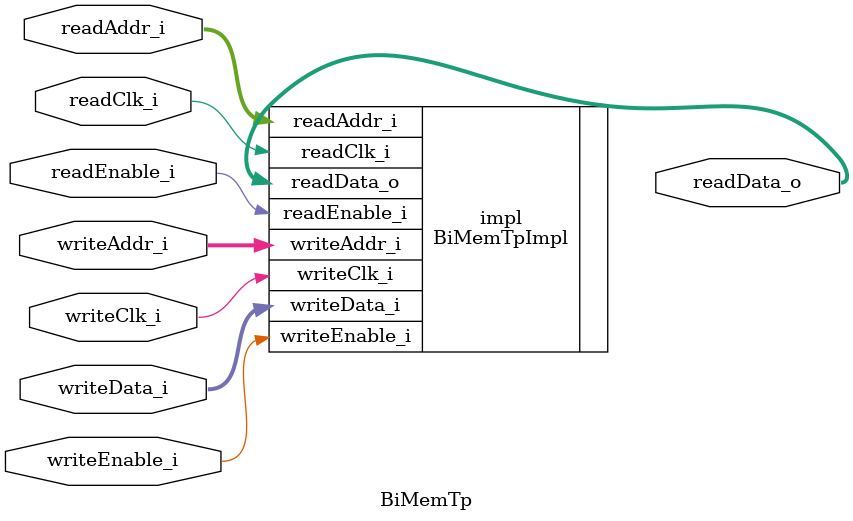
<source format=sv>

`default_nettype none



module BiMemTp #(
    parameter PROFILE = "default",
    parameter WIDTH = 16,
    parameter HEIGHT = 16
) (
    input   wire logic                      readClk_i,
    input   wire logic                      readEnable_i,
    input   wire logic[$clog2(HEIGHT)-1:0]  readAddr_i,
    output  wire logic[WIDTH-1:0]           readData_o,
    input   wire logic                      writeClk_i,
    input   wire logic                      writeEnable_i,
    input   wire logic[$clog2(HEIGHT)-1:0]  writeAddr_i,
    input   wire logic[WIDTH-1:0]           writeData_i
);

`ifdef NOPF

    SimMem #(
        .WIDTH      (WIDTH),
        .LENGTH     (HEIGHT)
    ) impl (
        .aClk_i     (readClk_i),
        .aAddr_i    (readAddr_i),
        .aDataIn_i  ({WIDTH{1'b0}}),
        .aDataOut_o (readData_o),
        .aEn_i      (readEnable_i),
        .aWr_i      (1'b0),

        .bClk_i     (writeClk_i),
        .bAddr_i    (writeAddr_i),
        .bDataIn_i  (writeData_i),
        .bDataOut_o (),
        .bEn_i      (writeEnable_i),
        .bWr_i      (writeEnable_i)
    );

`else

    //implementation has to be provided by the toplevel project trying to use
    //this mem. The profile parameter is used to distinguish between different
    //versions of memories used in different places

    BiMemTpImpl #(
        .PROFILE        (PROFILE),
        .WIDTH          (WIDTH),
        .HEIGHT         (HEIGHT)
    ) impl (
        .readClk_i      (readClk_i),
        .readEnable_i   (readEnable_i),
        .readAddr_i     (readAddr_i),
        .readData_o     (readData_o),
        .writeClk_i     (writeClk_i),
        .writeEnable_i  (writeEnable_i),
        .writeAddr_i    (writeAddr_i),
        .writeData_i    (writeData_i)
    );

`endif

endmodule
</source>
